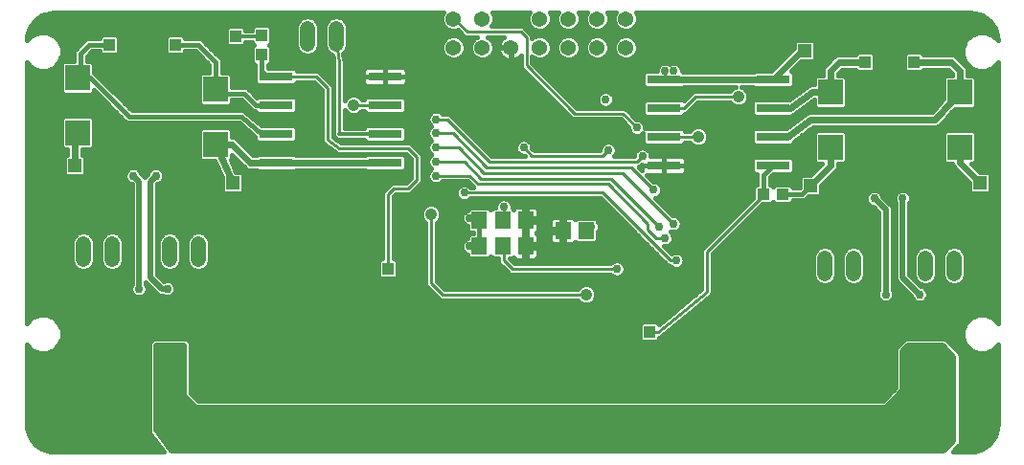
<source format=gbl>
G75*
G70*
%OFA0B0*%
%FSLAX24Y24*%
%IPPOS*%
%LPD*%
%AMOC8*
5,1,8,0,0,1.08239X$1,22.5*
%
%ADD10C,0.0540*%
%ADD11R,0.0551X0.0591*%
%ADD12R,0.1181X0.0315*%
%ADD13R,0.0394X0.0433*%
%ADD14R,0.0433X0.0394*%
%ADD15C,0.0540*%
%ADD16R,0.0850X0.0890*%
%ADD17R,0.0472X0.0472*%
%ADD18C,0.0240*%
%ADD19C,0.0160*%
%ADD20R,0.0416X0.0416*%
%ADD21C,0.0120*%
%ADD22C,0.0297*%
%ADD23C,0.0098*%
%ADD24C,0.0416*%
%ADD25C,0.0100*%
%ADD26C,0.0197*%
D10*
X041584Y015807D03*
X042584Y015807D03*
X043584Y015807D03*
X044584Y015807D03*
X045584Y015807D03*
X046584Y015807D03*
X047584Y015807D03*
X047584Y016807D03*
X046584Y016807D03*
X045584Y016807D03*
X044584Y016807D03*
X042584Y016807D03*
X041584Y016807D03*
D11*
X042485Y009791D03*
X043292Y009791D03*
X044099Y009791D03*
X045399Y009437D03*
X046206Y009437D03*
X044099Y008891D03*
X043292Y008891D03*
X042485Y008891D03*
D12*
X039197Y011802D03*
X039197Y012802D03*
X039197Y013802D03*
X039197Y014802D03*
X035417Y014802D03*
X035417Y013802D03*
X035417Y012802D03*
X035417Y011802D03*
X048917Y011702D03*
X048917Y012702D03*
X048917Y013702D03*
X048917Y014702D03*
X052697Y014702D03*
X052697Y013702D03*
X052697Y012702D03*
X052697Y011702D03*
D13*
X034907Y015567D03*
X034907Y016236D03*
D14*
X052372Y010702D03*
X053042Y010702D03*
D15*
X054507Y008472D02*
X054507Y007932D01*
X055507Y007932D02*
X055507Y008472D01*
X058007Y008472D02*
X058007Y007932D01*
X059007Y007932D02*
X059007Y008472D01*
X037507Y015932D02*
X037507Y016472D01*
X036507Y016472D02*
X036507Y015932D01*
X032707Y008972D02*
X032707Y008432D01*
X031707Y008432D02*
X031707Y008972D01*
X029707Y008972D02*
X029707Y008432D01*
X028707Y008432D02*
X028707Y008972D01*
D16*
X033307Y012442D03*
X033307Y014362D03*
X028507Y014762D03*
X028507Y012842D03*
X054707Y012342D03*
X054707Y014262D03*
X059207Y014262D03*
X059207Y012342D03*
D17*
X059907Y011102D03*
X054007Y011002D03*
X053807Y015702D03*
X040307Y016102D03*
X033907Y011102D03*
X028407Y011702D03*
D18*
X028407Y012742D01*
X033307Y012442D02*
X033907Y011102D01*
X034507Y011802D02*
X035417Y011802D01*
X039197Y011802D01*
X034507Y011802D02*
X033867Y012442D01*
X033307Y012442D01*
X048917Y014702D02*
X052697Y014702D01*
X053697Y015702D01*
X053807Y015702D01*
X054707Y015002D02*
X055007Y015302D01*
X055907Y015302D01*
X054707Y015002D02*
X054707Y014262D01*
X054067Y014262D01*
X053307Y013702D01*
X052697Y013702D01*
X053207Y012702D02*
X054007Y013302D01*
X058347Y013302D01*
X059207Y014262D01*
X059207Y015002D01*
X058907Y015302D01*
X057607Y015302D01*
X053207Y012702D02*
X052697Y012702D01*
X054707Y012342D02*
X054707Y011702D01*
X054007Y011002D01*
X059207Y011802D02*
X059907Y011102D01*
X059207Y011802D02*
X059207Y012342D01*
D19*
X026737Y002683D02*
X026749Y002534D01*
X026841Y002251D01*
X027016Y002010D01*
X027256Y001835D01*
X027539Y001743D01*
X027688Y001732D01*
X031499Y001732D01*
X031051Y002329D01*
X030993Y002387D01*
X030993Y002406D01*
X030981Y002422D01*
X030993Y002503D01*
X030993Y005537D01*
X031133Y005677D01*
X031330Y005677D01*
X032314Y005677D01*
X032454Y005537D01*
X032454Y005340D01*
X032454Y003766D01*
X032708Y003512D01*
X056526Y003512D01*
X056977Y003963D01*
X056977Y005341D01*
X057117Y005480D01*
X057314Y005677D01*
X057511Y005677D01*
X058692Y005677D01*
X058832Y005537D01*
X058832Y005537D01*
X059086Y005283D01*
X059086Y005283D01*
X059226Y005144D01*
X059226Y001994D01*
X059086Y001854D01*
X058964Y001732D01*
X059578Y001732D01*
X059727Y001743D01*
X060010Y001835D01*
X060250Y002010D01*
X060425Y002251D01*
X060517Y002534D01*
X060529Y002683D01*
X060529Y005452D01*
X060347Y005270D01*
X060104Y005169D01*
X059840Y005169D01*
X059596Y005270D01*
X059410Y005457D01*
X059309Y005701D01*
X059309Y005964D01*
X059410Y006208D01*
X059596Y006395D01*
X059840Y006495D01*
X060104Y006495D01*
X060347Y006395D01*
X060529Y006213D01*
X060529Y015295D01*
X060347Y015113D01*
X060104Y015012D01*
X059840Y015012D01*
X059596Y015113D01*
X059410Y015299D01*
X059309Y015543D01*
X059309Y015807D01*
X059410Y016051D01*
X059596Y016237D01*
X059840Y016338D01*
X060104Y016338D01*
X060347Y016237D01*
X060529Y016055D01*
X060529Y016069D01*
X060517Y016217D01*
X060425Y016500D01*
X060250Y016741D01*
X060010Y016916D01*
X059727Y017008D01*
X059578Y017020D01*
X047940Y017020D01*
X047994Y016889D01*
X047994Y016726D01*
X047932Y016575D01*
X047816Y016460D01*
X047666Y016397D01*
X047503Y016397D01*
X047352Y016460D01*
X047237Y016575D01*
X047174Y016726D01*
X047174Y016889D01*
X047229Y017020D01*
X046940Y017020D01*
X046994Y016889D01*
X046994Y016726D01*
X046932Y016575D01*
X046816Y016460D01*
X046666Y016397D01*
X046503Y016397D01*
X046352Y016460D01*
X046237Y016575D01*
X046174Y016726D01*
X046174Y016889D01*
X046229Y017020D01*
X045940Y017020D01*
X045994Y016889D01*
X045994Y016726D01*
X045932Y016575D01*
X045816Y016460D01*
X045666Y016397D01*
X045503Y016397D01*
X045352Y016460D01*
X045237Y016575D01*
X045174Y016726D01*
X045174Y016889D01*
X045229Y017020D01*
X044940Y017020D01*
X044994Y016889D01*
X044994Y016726D01*
X044932Y016575D01*
X044816Y016460D01*
X044666Y016397D01*
X044503Y016397D01*
X044352Y016460D01*
X044237Y016575D01*
X044174Y016726D01*
X044174Y016889D01*
X044229Y017020D01*
X042940Y017020D01*
X042994Y016889D01*
X042994Y016726D01*
X042932Y016575D01*
X042910Y016553D01*
X044007Y016553D01*
X044118Y016442D01*
X044314Y016245D01*
X044314Y016117D01*
X044352Y016155D01*
X044503Y016217D01*
X044666Y016217D01*
X044816Y016155D01*
X044932Y016039D01*
X044994Y015889D01*
X044994Y015726D01*
X044932Y015575D01*
X044816Y015460D01*
X044666Y015397D01*
X044503Y015397D01*
X044352Y015460D01*
X044314Y015497D01*
X044314Y015261D01*
X045877Y013699D01*
X047550Y013699D01*
X047661Y013588D01*
X047943Y013306D01*
X048021Y013306D01*
X048127Y013262D01*
X048209Y013181D01*
X048252Y013075D01*
X053272Y013075D01*
X053170Y012999D02*
X052048Y012999D01*
X051966Y012917D01*
X050384Y012917D01*
X050402Y012899D02*
X050304Y012997D01*
X050176Y013049D01*
X050038Y013049D01*
X049910Y012997D01*
X049812Y012899D01*
X049809Y012892D01*
X049648Y012892D01*
X049648Y012917D01*
X049830Y012917D01*
X049648Y012917D02*
X049566Y012999D01*
X048269Y012999D01*
X048252Y012983D01*
X048252Y013075D01*
X048156Y013234D02*
X053483Y013234D01*
X053345Y013404D02*
X053397Y013456D01*
X053420Y013462D01*
X053436Y013474D01*
X053454Y013481D01*
X053477Y013504D01*
X054142Y013994D01*
X054142Y013759D01*
X054224Y013677D01*
X055190Y013677D01*
X055272Y013759D01*
X055272Y014765D01*
X055190Y014847D01*
X054967Y014847D01*
X054967Y014894D01*
X055115Y015042D01*
X055559Y015042D01*
X055559Y015036D01*
X055641Y014954D01*
X056173Y014954D01*
X056255Y015036D01*
X056255Y015568D01*
X056173Y015649D01*
X055641Y015649D01*
X055559Y015568D01*
X055559Y015562D01*
X054955Y015562D01*
X054860Y015522D01*
X054787Y015449D01*
X054560Y015222D01*
X054487Y015149D01*
X054447Y015053D01*
X054447Y014847D01*
X054224Y014847D01*
X054142Y014765D01*
X054142Y014522D01*
X054087Y014522D01*
X054055Y014526D01*
X054035Y014522D01*
X054015Y014522D01*
X053986Y014509D01*
X053954Y014502D01*
X053938Y014490D01*
X053920Y014482D01*
X053897Y014459D01*
X053272Y013999D01*
X052048Y013999D01*
X051966Y013917D01*
X051966Y013486D01*
X052048Y013404D01*
X053345Y013404D01*
X053541Y013551D02*
X053930Y013551D01*
X053925Y013549D02*
X053892Y013541D01*
X053877Y013529D01*
X053860Y013522D01*
X053836Y013499D01*
X053170Y012999D01*
X053504Y012600D02*
X054142Y012600D01*
X054142Y012758D02*
X053716Y012758D01*
X053927Y012917D02*
X054214Y012917D01*
X054224Y012927D02*
X054142Y012845D01*
X054142Y011839D01*
X054224Y011757D01*
X054394Y011757D01*
X054016Y011378D01*
X053713Y011378D01*
X053631Y011296D01*
X053631Y010937D01*
X053616Y010922D01*
X053398Y010922D01*
X053398Y010957D01*
X053316Y011039D01*
X052767Y011039D01*
X052707Y010978D01*
X052647Y011039D01*
X052592Y011039D01*
X052592Y011286D01*
X052710Y011404D01*
X053345Y011404D01*
X053427Y011486D01*
X053427Y011917D01*
X053345Y011999D01*
X052048Y011999D01*
X051966Y011917D01*
X051966Y011486D01*
X052048Y011404D01*
X052152Y011404D01*
X052152Y011039D01*
X052098Y011039D01*
X052016Y010957D01*
X052016Y010579D01*
X050328Y008892D01*
X050217Y008780D01*
X050217Y007391D01*
X048744Y006178D01*
X048673Y006249D01*
X048141Y006249D01*
X048059Y006168D01*
X048059Y005636D01*
X048141Y005554D01*
X048673Y005554D01*
X048755Y005636D01*
X048755Y005706D01*
X048767Y005705D01*
X048775Y005712D01*
X048786Y005712D01*
X048835Y005761D01*
X050475Y007112D01*
X050486Y007112D01*
X050535Y007161D01*
X050589Y007205D01*
X050590Y007216D01*
X050597Y007223D01*
X050597Y007293D01*
X050604Y007362D01*
X050597Y007370D01*
X050597Y008623D01*
X052339Y010365D01*
X052647Y010365D01*
X052707Y010425D01*
X052767Y010365D01*
X053316Y010365D01*
X053398Y010447D01*
X053398Y010482D01*
X053616Y010482D01*
X053798Y010482D01*
X053942Y010626D01*
X054301Y010626D01*
X054383Y010707D01*
X054383Y011010D01*
X054927Y011554D01*
X054967Y011650D01*
X054967Y011753D01*
X054967Y011757D01*
X055190Y011757D01*
X055272Y011839D01*
X055272Y012845D01*
X055190Y012927D01*
X054224Y012927D01*
X054094Y013042D02*
X058303Y013042D01*
X058310Y013039D01*
X058354Y013042D01*
X058399Y013042D01*
X058406Y013045D01*
X058413Y013045D01*
X058453Y013064D01*
X058494Y013081D01*
X058500Y013087D01*
X058506Y013090D01*
X058536Y013123D01*
X058567Y013154D01*
X058570Y013161D01*
X059032Y013677D01*
X059690Y013677D01*
X059772Y013759D01*
X059772Y014765D01*
X059690Y014847D01*
X059467Y014847D01*
X059467Y015053D01*
X059427Y015149D01*
X059354Y015222D01*
X059054Y015522D01*
X058959Y015562D01*
X058855Y015562D01*
X057955Y015562D01*
X057955Y015568D01*
X057873Y015649D01*
X057341Y015649D01*
X057259Y015568D01*
X057259Y015036D01*
X057341Y014954D01*
X057873Y014954D01*
X057955Y015036D01*
X057955Y015042D01*
X058799Y015042D01*
X058947Y014894D01*
X058947Y014847D01*
X058724Y014847D01*
X058642Y014765D01*
X058642Y014021D01*
X058231Y013562D01*
X054025Y013562D01*
X053993Y013566D01*
X053974Y013562D01*
X053955Y013562D01*
X053925Y013549D01*
X053756Y013710D02*
X054191Y013710D01*
X054142Y013868D02*
X053971Y013868D01*
X053525Y014185D02*
X051849Y014185D01*
X051855Y014171D02*
X051802Y014299D01*
X051704Y014397D01*
X051595Y014442D01*
X052011Y014442D01*
X052048Y014404D01*
X053345Y014404D01*
X053427Y014486D01*
X053427Y014917D01*
X053354Y014991D01*
X053688Y015326D01*
X054101Y015326D01*
X054183Y015407D01*
X054183Y015996D01*
X054101Y016078D01*
X053513Y016078D01*
X053431Y015996D01*
X053431Y015803D01*
X052627Y014999D01*
X052048Y014999D01*
X052011Y014962D01*
X049603Y014962D01*
X049566Y014999D01*
X049532Y014999D01*
X049532Y015043D01*
X049488Y015150D01*
X049407Y015231D01*
X049301Y015275D01*
X049186Y015275D01*
X049096Y015237D01*
X049005Y015275D01*
X048891Y015275D01*
X048784Y015231D01*
X048703Y015150D01*
X048659Y015043D01*
X048659Y014999D01*
X048269Y014999D01*
X048187Y014917D01*
X048187Y014486D01*
X048269Y014404D01*
X049566Y014404D01*
X049603Y014442D01*
X051419Y014442D01*
X051310Y014397D01*
X051212Y014299D01*
X051209Y014292D01*
X050086Y014292D01*
X049928Y014292D01*
X049601Y013964D01*
X049566Y013999D01*
X048269Y013999D01*
X048187Y013917D01*
X048187Y013486D01*
X048269Y013404D01*
X049566Y013404D01*
X049648Y013486D01*
X049648Y013512D01*
X049686Y013512D01*
X049797Y013623D01*
X050086Y013912D01*
X051209Y013912D01*
X051212Y013905D01*
X051310Y013807D01*
X051438Y013754D01*
X051576Y013754D01*
X051704Y013807D01*
X051802Y013905D01*
X051855Y014033D01*
X051855Y014171D01*
X051852Y014027D02*
X053310Y014027D01*
X053427Y014502D02*
X053957Y014502D01*
X054142Y014661D02*
X053427Y014661D01*
X053427Y014819D02*
X054197Y014819D01*
X054447Y014978D02*
X053367Y014978D01*
X053499Y015136D02*
X054481Y015136D01*
X054560Y015222D02*
X054560Y015222D01*
X054633Y015295D02*
X053658Y015295D01*
X053240Y015612D02*
X047947Y015612D01*
X047932Y015575D02*
X047994Y015726D01*
X047994Y015889D01*
X047932Y016039D01*
X047816Y016155D01*
X047666Y016217D01*
X047503Y016217D01*
X047352Y016155D01*
X047237Y016039D01*
X047174Y015889D01*
X047174Y015726D01*
X047237Y015575D01*
X047352Y015460D01*
X047503Y015397D01*
X047666Y015397D01*
X047816Y015460D01*
X047932Y015575D01*
X047802Y015454D02*
X053081Y015454D01*
X052922Y015295D02*
X044314Y015295D01*
X044314Y015454D02*
X044367Y015454D01*
X044439Y015136D02*
X048698Y015136D01*
X048247Y014978D02*
X044598Y014978D01*
X044756Y014819D02*
X048187Y014819D01*
X048187Y014661D02*
X044915Y014661D01*
X045073Y014502D02*
X048187Y014502D01*
X048187Y013868D02*
X047138Y013868D01*
X047126Y013838D02*
X047170Y013944D01*
X047170Y014059D01*
X047126Y014165D01*
X047045Y014246D01*
X046939Y014290D01*
X046824Y014290D01*
X046718Y014246D01*
X046636Y014165D01*
X046592Y014059D01*
X046592Y013944D01*
X046636Y013838D01*
X046718Y013757D01*
X046824Y013713D01*
X046939Y013713D01*
X047045Y013757D01*
X047126Y013838D01*
X047170Y014027D02*
X049663Y014027D01*
X049822Y014185D02*
X047106Y014185D01*
X046656Y014185D02*
X045390Y014185D01*
X045232Y014344D02*
X051257Y014344D01*
X051757Y014344D02*
X053740Y014344D01*
X055051Y014978D02*
X055617Y014978D01*
X055217Y014819D02*
X058697Y014819D01*
X058642Y014661D02*
X055272Y014661D01*
X055272Y014502D02*
X058642Y014502D01*
X058642Y014344D02*
X055272Y014344D01*
X055272Y014185D02*
X058642Y014185D01*
X058642Y014027D02*
X055272Y014027D01*
X055272Y013868D02*
X058505Y013868D01*
X058363Y013710D02*
X055223Y013710D01*
X053695Y013392D02*
X047856Y013392D01*
X047698Y013551D02*
X048187Y013551D01*
X048187Y013710D02*
X045866Y013710D01*
X045707Y013868D02*
X046624Y013868D01*
X046592Y014027D02*
X045549Y014027D01*
X045331Y013710D02*
X039927Y013710D01*
X039927Y013586D02*
X039927Y014017D01*
X039845Y014099D01*
X038548Y014099D01*
X038466Y014017D01*
X038466Y013992D01*
X038405Y013992D01*
X038402Y013999D01*
X038304Y014097D01*
X038176Y014149D01*
X038038Y014149D01*
X037910Y014097D01*
X037812Y013999D01*
X037797Y013962D01*
X037797Y015238D01*
X037806Y015251D01*
X037797Y015315D01*
X037797Y015380D01*
X037786Y015391D01*
X037756Y015601D01*
X037855Y015699D01*
X037917Y015850D01*
X037917Y016553D01*
X037855Y016704D01*
X037739Y016819D01*
X037589Y016882D01*
X037426Y016882D01*
X037275Y016819D01*
X037159Y016704D01*
X037097Y016553D01*
X037097Y015850D01*
X037159Y015699D01*
X037275Y015584D01*
X037381Y015540D01*
X037417Y015288D01*
X037417Y012895D01*
X037407Y012885D01*
X037407Y012719D01*
X037524Y012602D01*
X038466Y012602D01*
X038466Y012586D01*
X038548Y012504D01*
X039845Y012504D01*
X039927Y012586D01*
X039927Y013017D01*
X039845Y013099D01*
X038548Y013099D01*
X038466Y013017D01*
X038466Y013002D01*
X037797Y013002D01*
X037797Y013641D01*
X037812Y013605D01*
X037910Y013507D01*
X038038Y013454D01*
X038176Y013454D01*
X038304Y013507D01*
X038402Y013605D01*
X038405Y013612D01*
X038466Y013612D01*
X038466Y013586D01*
X038548Y013504D01*
X039845Y013504D01*
X039927Y013586D01*
X039892Y013551D02*
X040806Y013551D01*
X040812Y013558D02*
X040731Y013476D01*
X040687Y013370D01*
X040687Y013255D01*
X040731Y013149D01*
X040812Y013068D01*
X040815Y013067D01*
X040812Y013065D01*
X040731Y012984D01*
X040687Y012878D01*
X040687Y012763D01*
X040731Y012657D01*
X040812Y012576D01*
X040815Y012575D01*
X040812Y012573D01*
X040731Y012492D01*
X040687Y012386D01*
X040687Y012271D01*
X040731Y012165D01*
X040812Y012084D01*
X040815Y012082D01*
X040812Y012081D01*
X040731Y012000D01*
X040687Y011894D01*
X040687Y011779D01*
X040731Y011673D01*
X040812Y011592D01*
X040815Y011590D01*
X040812Y011589D01*
X040731Y011508D01*
X040687Y011402D01*
X040687Y011287D01*
X040731Y011181D01*
X040812Y011099D01*
X040918Y011056D01*
X041033Y011056D01*
X041139Y011099D01*
X041195Y011155D01*
X042078Y011155D01*
X042263Y010971D01*
X042291Y010943D01*
X042179Y010943D01*
X042123Y010998D01*
X042017Y011042D01*
X041902Y011042D01*
X041796Y010998D01*
X041715Y010917D01*
X041671Y010811D01*
X041671Y010696D01*
X041715Y010590D01*
X041796Y010509D01*
X041902Y010465D01*
X042017Y010465D01*
X042123Y010509D01*
X042179Y010564D01*
X046704Y010564D01*
X048956Y008313D01*
X049066Y008202D01*
X049123Y008202D01*
X049178Y008147D01*
X049284Y008103D01*
X049399Y008103D01*
X049505Y008147D01*
X049586Y008228D01*
X049630Y008334D01*
X049630Y008449D01*
X049586Y008555D01*
X049505Y008636D01*
X049399Y008680D01*
X049284Y008680D01*
X049178Y008636D01*
X049168Y008636D01*
X049173Y008631D02*
X048914Y008890D01*
X049005Y008890D01*
X049112Y008934D01*
X049193Y009015D01*
X049237Y009121D01*
X049237Y009236D01*
X049193Y009342D01*
X049130Y009406D01*
X049186Y009382D01*
X049301Y009382D01*
X049407Y009426D01*
X049488Y009507D01*
X049532Y009614D01*
X049532Y009728D01*
X049488Y009835D01*
X049407Y009916D01*
X049301Y009960D01*
X049222Y009960D01*
X048616Y010565D01*
X048718Y010607D01*
X048799Y010689D01*
X048843Y010795D01*
X048843Y010910D01*
X048799Y011016D01*
X048718Y011097D01*
X048612Y011141D01*
X048533Y011141D01*
X048310Y011364D01*
X048917Y011364D01*
X048917Y011701D01*
X048917Y011701D01*
X048147Y011701D01*
X048147Y011527D01*
X048027Y011647D01*
X048042Y011647D01*
X048139Y011744D01*
X048147Y011744D01*
X048147Y011702D01*
X048917Y011702D01*
X048917Y012039D01*
X048449Y012039D01*
X048449Y012091D01*
X048405Y012197D01*
X048324Y012278D01*
X048218Y012322D01*
X048103Y012322D01*
X047997Y012278D01*
X047916Y012197D01*
X047872Y012091D01*
X047872Y012026D01*
X047183Y012026D01*
X047224Y012066D01*
X047268Y012173D01*
X047268Y012288D01*
X047224Y012394D01*
X047143Y012475D01*
X047037Y012519D01*
X046922Y012519D01*
X046816Y012475D01*
X046735Y012394D01*
X046691Y012288D01*
X046691Y012222D01*
X044400Y012222D01*
X044315Y012307D01*
X044315Y012386D01*
X044272Y012492D01*
X044190Y012573D01*
X044084Y012617D01*
X043969Y012617D01*
X043863Y012573D01*
X043782Y012492D01*
X043738Y012386D01*
X043738Y012271D01*
X043782Y012165D01*
X043863Y012084D01*
X043969Y012040D01*
X044048Y012040D01*
X044062Y012026D01*
X042924Y012026D01*
X041448Y013502D01*
X041291Y013502D01*
X041195Y013502D01*
X041139Y013558D01*
X041033Y013601D01*
X040918Y013601D01*
X040812Y013558D01*
X040696Y013392D02*
X037797Y013392D01*
X037797Y013234D02*
X040696Y013234D01*
X040805Y013075D02*
X039869Y013075D01*
X039927Y012917D02*
X040703Y012917D01*
X040689Y012758D02*
X039927Y012758D01*
X039927Y012600D02*
X040788Y012600D01*
X040710Y012441D02*
X040136Y012441D01*
X040086Y012492D02*
X039928Y012492D01*
X037670Y012492D01*
X037397Y012697D01*
X037397Y014480D01*
X037286Y014592D01*
X036886Y014992D01*
X036728Y014992D01*
X036148Y014992D01*
X036148Y015017D01*
X036066Y015099D01*
X035127Y015099D01*
X035127Y015211D01*
X035162Y015211D01*
X035244Y015293D01*
X035244Y015842D01*
X035184Y015902D01*
X035244Y015962D01*
X035244Y016511D01*
X035162Y016593D01*
X034652Y016593D01*
X034570Y016511D01*
X034570Y016402D01*
X034355Y016402D01*
X034355Y016468D01*
X034273Y016549D01*
X033741Y016549D01*
X033659Y016468D01*
X033659Y015936D01*
X033741Y015854D01*
X034273Y015854D01*
X034355Y015936D01*
X034355Y016002D01*
X034570Y016002D01*
X034570Y015962D01*
X034630Y015902D01*
X034570Y015842D01*
X034570Y015293D01*
X034652Y015211D01*
X034687Y015211D01*
X034687Y015093D01*
X034687Y015018D01*
X034687Y015017D01*
X034687Y014586D01*
X034769Y014504D01*
X036066Y014504D01*
X036148Y014586D01*
X036148Y014612D01*
X036728Y014612D01*
X037017Y014323D01*
X037017Y012665D01*
X037008Y012653D01*
X037017Y012588D01*
X037017Y012523D01*
X037028Y012512D01*
X037030Y012497D01*
X037082Y012458D01*
X037128Y012412D01*
X037144Y012412D01*
X037482Y012158D01*
X037528Y012112D01*
X037544Y012112D01*
X037556Y012103D01*
X037621Y012112D01*
X039928Y012112D01*
X040117Y011923D01*
X040117Y011280D01*
X039928Y011092D01*
X039586Y011092D01*
X039428Y011092D01*
X039228Y010892D01*
X039117Y010780D01*
X039117Y008449D01*
X039041Y008449D01*
X038959Y008368D01*
X038959Y007836D01*
X039041Y007754D01*
X039573Y007754D01*
X039655Y007836D01*
X039655Y008368D01*
X039573Y008449D01*
X039497Y008449D01*
X039497Y010623D01*
X039586Y010712D01*
X040086Y010712D01*
X040197Y010823D01*
X040497Y011123D01*
X040497Y011280D01*
X040497Y012080D01*
X040386Y012192D01*
X040086Y012492D01*
X040295Y012283D02*
X040687Y012283D01*
X040772Y012124D02*
X040453Y012124D01*
X040497Y011966D02*
X040717Y011966D01*
X040687Y011807D02*
X040497Y011807D01*
X040497Y011649D02*
X040755Y011649D01*
X040723Y011490D02*
X040497Y011490D01*
X040497Y011331D02*
X040687Y011331D01*
X040739Y011173D02*
X040497Y011173D01*
X040388Y011014D02*
X041835Y011014D01*
X041690Y010856D02*
X040230Y010856D01*
X040010Y011173D02*
X034283Y011173D01*
X034283Y011331D02*
X040117Y011331D01*
X040117Y011490D02*
X034018Y011490D01*
X034023Y011478D02*
X033834Y011901D01*
X033872Y011939D01*
X033872Y012069D01*
X034287Y011654D01*
X034360Y011581D01*
X034455Y011542D01*
X034731Y011542D01*
X034769Y011504D01*
X036066Y011504D01*
X036103Y011542D01*
X038511Y011542D01*
X038548Y011504D01*
X039845Y011504D01*
X039927Y011586D01*
X039927Y012017D01*
X039845Y012099D01*
X038548Y012099D01*
X038511Y012062D01*
X036103Y012062D01*
X036066Y012099D01*
X034769Y012099D01*
X034731Y012062D01*
X034615Y012062D01*
X034014Y012662D01*
X033919Y012702D01*
X033872Y012702D01*
X033872Y012945D01*
X033790Y013027D01*
X032824Y013027D01*
X032742Y012945D01*
X032742Y011939D01*
X032824Y011857D01*
X033284Y011857D01*
X033531Y011306D01*
X033531Y010807D01*
X033613Y010726D01*
X034201Y010726D01*
X034283Y010807D01*
X034283Y011396D01*
X034201Y011478D01*
X034023Y011478D01*
X033947Y011649D02*
X034293Y011649D01*
X034134Y011807D02*
X033876Y011807D01*
X033872Y011966D02*
X033976Y011966D01*
X034552Y012124D02*
X037516Y012124D01*
X037316Y012283D02*
X034394Y012283D01*
X034235Y012441D02*
X037099Y012441D01*
X037015Y012600D02*
X036148Y012600D01*
X036148Y012586D02*
X036148Y013017D01*
X036066Y013099D01*
X034898Y013099D01*
X034357Y013563D01*
X034298Y013622D01*
X034288Y013622D01*
X034281Y013628D01*
X034199Y013622D01*
X030398Y013622D01*
X029072Y014948D01*
X029072Y015265D01*
X028990Y015347D01*
X028827Y015347D01*
X028827Y015511D01*
X028998Y015682D01*
X029259Y015682D01*
X029259Y015636D01*
X029341Y015554D01*
X029873Y015554D01*
X029955Y015636D01*
X029955Y016168D01*
X029873Y016249D01*
X029341Y016249D01*
X029259Y016168D01*
X029259Y016122D01*
X028998Y016122D01*
X028816Y016122D01*
X028516Y015822D01*
X028387Y015693D01*
X028387Y015347D01*
X028024Y015347D01*
X027942Y015265D01*
X027942Y014259D01*
X028024Y014177D01*
X028990Y014177D01*
X029072Y014259D01*
X029072Y014326D01*
X030087Y013311D01*
X030216Y013182D01*
X034126Y013182D01*
X034687Y012701D01*
X034687Y012586D01*
X034769Y012504D01*
X036066Y012504D01*
X036148Y012586D01*
X036148Y012758D02*
X037017Y012758D01*
X037017Y012917D02*
X036148Y012917D01*
X036090Y013075D02*
X037017Y013075D01*
X037017Y013234D02*
X034741Y013234D01*
X034556Y013392D02*
X037017Y013392D01*
X037017Y013551D02*
X036113Y013551D01*
X036148Y013586D02*
X036148Y014017D01*
X036066Y014099D01*
X034769Y014099D01*
X034745Y014075D01*
X034527Y014293D01*
X034398Y014422D01*
X033872Y014422D01*
X033872Y014865D01*
X033790Y014947D01*
X033527Y014947D01*
X033527Y015393D01*
X033398Y015522D01*
X032798Y016122D01*
X032616Y016122D01*
X032255Y016122D01*
X032255Y016168D01*
X032173Y016249D01*
X031641Y016249D01*
X031559Y016168D01*
X031559Y015636D01*
X031641Y015554D01*
X032173Y015554D01*
X032255Y015636D01*
X032255Y015682D01*
X032616Y015682D01*
X033087Y015211D01*
X033087Y014947D01*
X032824Y014947D01*
X032742Y014865D01*
X032742Y013859D01*
X032824Y013777D01*
X033790Y013777D01*
X033872Y013859D01*
X033872Y013982D01*
X034216Y013982D01*
X034616Y013582D01*
X034691Y013582D01*
X034769Y013504D01*
X036066Y013504D01*
X036148Y013586D01*
X036148Y013710D02*
X037017Y013710D01*
X037017Y013868D02*
X036148Y013868D01*
X036138Y014027D02*
X037017Y014027D01*
X037017Y014185D02*
X034635Y014185D01*
X034476Y014344D02*
X036996Y014344D01*
X036838Y014502D02*
X033872Y014502D01*
X033872Y014661D02*
X034687Y014661D01*
X034687Y014819D02*
X033872Y014819D01*
X033527Y014978D02*
X034687Y014978D01*
X034687Y015136D02*
X033527Y015136D01*
X033527Y015295D02*
X034570Y015295D01*
X034570Y015454D02*
X033466Y015454D01*
X033307Y015302D02*
X032707Y015902D01*
X031907Y015902D01*
X031559Y015929D02*
X029955Y015929D01*
X029955Y015771D02*
X031559Y015771D01*
X031583Y015612D02*
X029931Y015612D01*
X029607Y015902D02*
X028907Y015902D01*
X028607Y015602D01*
X028607Y014862D01*
X028507Y014762D01*
X028947Y014762D01*
X030307Y013402D01*
X034207Y013402D01*
X034907Y012802D01*
X035417Y012802D01*
X034687Y012600D02*
X034077Y012600D01*
X033872Y012758D02*
X034620Y012758D01*
X034435Y012917D02*
X033872Y012917D01*
X034250Y013075D02*
X029072Y013075D01*
X029072Y012917D02*
X032742Y012917D01*
X032742Y012758D02*
X029072Y012758D01*
X029072Y012600D02*
X032742Y012600D01*
X032742Y012441D02*
X029072Y012441D01*
X029072Y012339D02*
X029072Y013345D01*
X028990Y013427D01*
X028024Y013427D01*
X027942Y013345D01*
X027942Y012339D01*
X028024Y012257D01*
X028147Y012257D01*
X028147Y012078D01*
X028113Y012078D01*
X028031Y011996D01*
X028031Y011407D01*
X028113Y011326D01*
X028701Y011326D01*
X028783Y011407D01*
X028783Y011996D01*
X028701Y012078D01*
X028667Y012078D01*
X028667Y012257D01*
X028990Y012257D01*
X029072Y012339D01*
X029016Y012283D02*
X032742Y012283D01*
X032742Y012124D02*
X028667Y012124D01*
X028783Y011966D02*
X032742Y011966D01*
X033306Y011807D02*
X028783Y011807D01*
X028783Y011649D02*
X033377Y011649D01*
X033448Y011490D02*
X031484Y011490D01*
X031476Y011508D02*
X031395Y011589D01*
X031289Y011633D01*
X031174Y011633D01*
X031068Y011589D01*
X030987Y011508D01*
X030943Y011402D01*
X030943Y011393D01*
X030838Y011288D01*
X030733Y011393D01*
X030733Y011402D01*
X030689Y011508D01*
X030608Y011589D01*
X030502Y011633D01*
X030387Y011633D01*
X030281Y011589D01*
X030199Y011508D01*
X030155Y011402D01*
X030155Y011287D01*
X030199Y011181D01*
X030281Y011099D01*
X030387Y011056D01*
X030396Y011056D01*
X030403Y011049D01*
X030403Y007577D01*
X030396Y007571D01*
X030352Y007465D01*
X030352Y007350D01*
X030396Y007244D01*
X030477Y007162D01*
X030583Y007119D01*
X030698Y007119D01*
X030804Y007162D01*
X030886Y007244D01*
X030930Y007350D01*
X030930Y007465D01*
X030886Y007571D01*
X030879Y007577D01*
X030879Y007619D01*
X030936Y007563D01*
X031330Y007169D01*
X031455Y007169D01*
X031462Y007162D01*
X031568Y007119D01*
X031683Y007119D01*
X031789Y007162D01*
X031870Y007244D01*
X031914Y007350D01*
X031914Y007465D01*
X031870Y007571D01*
X031789Y007652D01*
X031683Y007696D01*
X031568Y007696D01*
X031503Y007669D01*
X031273Y007900D01*
X031273Y011049D01*
X031280Y011056D01*
X031289Y011056D01*
X031395Y011099D01*
X031476Y011181D01*
X031520Y011287D01*
X031520Y011402D01*
X031476Y011508D01*
X031520Y011331D02*
X033519Y011331D01*
X033531Y011173D02*
X031468Y011173D01*
X031273Y011014D02*
X033531Y011014D01*
X033531Y010856D02*
X031273Y010856D01*
X031273Y010697D02*
X039117Y010697D01*
X039117Y010539D02*
X031273Y010539D01*
X031273Y010380D02*
X039117Y010380D01*
X039117Y010222D02*
X031273Y010222D01*
X031273Y010063D02*
X039117Y010063D01*
X039117Y009905D02*
X031273Y009905D01*
X031273Y009746D02*
X039117Y009746D01*
X039117Y009587D02*
X031273Y009587D01*
X031273Y009429D02*
X039117Y009429D01*
X039117Y009270D02*
X032988Y009270D01*
X032939Y009319D02*
X032789Y009382D01*
X032626Y009382D01*
X032475Y009319D01*
X032359Y009204D01*
X032297Y009053D01*
X032297Y008350D01*
X032359Y008199D01*
X032475Y008084D01*
X032626Y008022D01*
X032789Y008022D01*
X032939Y008084D01*
X033055Y008199D01*
X033117Y008350D01*
X033117Y009053D01*
X033055Y009204D01*
X032939Y009319D01*
X033093Y009112D02*
X039117Y009112D01*
X039117Y008953D02*
X033117Y008953D01*
X033117Y008795D02*
X039117Y008795D01*
X039117Y008636D02*
X033117Y008636D01*
X033117Y008478D02*
X039117Y008478D01*
X038959Y008319D02*
X033104Y008319D01*
X033016Y008161D02*
X038959Y008161D01*
X038959Y008002D02*
X031273Y008002D01*
X031273Y008161D02*
X031398Y008161D01*
X031359Y008199D02*
X031475Y008084D01*
X031626Y008022D01*
X031789Y008022D01*
X031939Y008084D01*
X032055Y008199D01*
X032117Y008350D01*
X032117Y009053D01*
X032055Y009204D01*
X031939Y009319D01*
X031789Y009382D01*
X031626Y009382D01*
X031475Y009319D01*
X031359Y009204D01*
X031297Y009053D01*
X031297Y008350D01*
X031359Y008199D01*
X031310Y008319D02*
X031273Y008319D01*
X031273Y008478D02*
X031297Y008478D01*
X031297Y008636D02*
X031273Y008636D01*
X031273Y008795D02*
X031297Y008795D01*
X031297Y008953D02*
X031273Y008953D01*
X031273Y009112D02*
X031321Y009112D01*
X031273Y009270D02*
X031426Y009270D01*
X031988Y009270D02*
X032426Y009270D01*
X032321Y009112D02*
X032093Y009112D01*
X032117Y008953D02*
X032297Y008953D01*
X032297Y008795D02*
X032117Y008795D01*
X032117Y008636D02*
X032297Y008636D01*
X032297Y008478D02*
X032117Y008478D01*
X032104Y008319D02*
X032310Y008319D01*
X032398Y008161D02*
X032016Y008161D01*
X031329Y007843D02*
X038959Y007843D01*
X039655Y007843D02*
X040617Y007843D01*
X040617Y007685D02*
X031709Y007685D01*
X031541Y007685D02*
X031488Y007685D01*
X031888Y007526D02*
X040617Y007526D01*
X040617Y007523D02*
X040728Y007412D01*
X040728Y007412D01*
X041017Y007123D01*
X041128Y007012D01*
X045909Y007012D01*
X045912Y007005D01*
X046010Y006907D01*
X046138Y006854D01*
X046276Y006854D01*
X046404Y006907D01*
X046502Y007005D01*
X046555Y007133D01*
X046555Y007271D01*
X046502Y007399D01*
X046404Y007497D01*
X046276Y007549D01*
X046138Y007549D01*
X046010Y007497D01*
X045912Y007399D01*
X045909Y007392D01*
X041286Y007392D01*
X040997Y007680D01*
X040997Y009704D01*
X041004Y009707D01*
X041102Y009805D01*
X041155Y009933D01*
X041155Y010071D01*
X041102Y010199D01*
X041004Y010297D01*
X040876Y010349D01*
X040738Y010349D01*
X040610Y010297D01*
X040512Y010199D01*
X040459Y010071D01*
X040459Y009933D01*
X040512Y009805D01*
X040610Y009707D01*
X040617Y009704D01*
X040617Y007523D01*
X040772Y007368D02*
X031914Y007368D01*
X031836Y007209D02*
X040931Y007209D01*
X041017Y007123D02*
X041017Y007123D01*
X041089Y007051D02*
X026737Y007051D01*
X026737Y007209D02*
X030431Y007209D01*
X030352Y007368D02*
X026737Y007368D01*
X026737Y007526D02*
X030378Y007526D01*
X030403Y007685D02*
X026737Y007685D01*
X026737Y007843D02*
X030403Y007843D01*
X030403Y008002D02*
X026737Y008002D01*
X026737Y008161D02*
X028398Y008161D01*
X028359Y008199D02*
X028475Y008084D01*
X028626Y008022D01*
X028789Y008022D01*
X028939Y008084D01*
X029055Y008199D01*
X029117Y008350D01*
X029117Y009053D01*
X029055Y009204D01*
X028939Y009319D01*
X028789Y009382D01*
X028626Y009382D01*
X028475Y009319D01*
X028359Y009204D01*
X028297Y009053D01*
X028297Y008350D01*
X028359Y008199D01*
X028310Y008319D02*
X026737Y008319D01*
X026737Y008478D02*
X028297Y008478D01*
X028297Y008636D02*
X026737Y008636D01*
X026737Y008795D02*
X028297Y008795D01*
X028297Y008953D02*
X026737Y008953D01*
X026737Y009112D02*
X028321Y009112D01*
X028426Y009270D02*
X026737Y009270D01*
X026737Y009429D02*
X030403Y009429D01*
X030403Y009587D02*
X026737Y009587D01*
X026737Y009746D02*
X030403Y009746D01*
X030403Y009905D02*
X026737Y009905D01*
X026737Y010063D02*
X030403Y010063D01*
X030403Y010222D02*
X026737Y010222D01*
X026737Y010380D02*
X030403Y010380D01*
X030403Y010539D02*
X026737Y010539D01*
X026737Y010697D02*
X030403Y010697D01*
X030403Y010856D02*
X026737Y010856D01*
X026737Y011014D02*
X030403Y011014D01*
X030207Y011173D02*
X026737Y011173D01*
X026737Y011331D02*
X028107Y011331D01*
X028031Y011490D02*
X026737Y011490D01*
X026737Y011649D02*
X028031Y011649D01*
X028031Y011807D02*
X026737Y011807D01*
X026737Y011966D02*
X028031Y011966D01*
X028147Y012124D02*
X026737Y012124D01*
X026737Y012283D02*
X027998Y012283D01*
X027942Y012441D02*
X026737Y012441D01*
X026737Y012600D02*
X027942Y012600D01*
X027942Y012758D02*
X026737Y012758D01*
X026737Y012917D02*
X027942Y012917D01*
X027942Y013075D02*
X026737Y013075D01*
X026737Y013234D02*
X027942Y013234D01*
X027990Y013392D02*
X026737Y013392D01*
X026737Y013551D02*
X029847Y013551D01*
X030005Y013392D02*
X029024Y013392D01*
X029072Y013234D02*
X030164Y013234D01*
X030310Y013710D02*
X034488Y013710D01*
X034371Y013551D02*
X034722Y013551D01*
X034707Y013802D02*
X034307Y014202D01*
X033467Y014202D01*
X033307Y014362D01*
X033307Y014102D01*
X033307Y014362D02*
X033307Y015302D01*
X033087Y015136D02*
X029072Y015136D01*
X029072Y014978D02*
X033087Y014978D01*
X033003Y015295D02*
X029042Y015295D01*
X028827Y015454D02*
X032844Y015454D01*
X032686Y015612D02*
X032231Y015612D01*
X032832Y016088D02*
X033659Y016088D01*
X033659Y016246D02*
X032176Y016246D01*
X031638Y016246D02*
X029876Y016246D01*
X029955Y016088D02*
X031559Y016088D01*
X032991Y015929D02*
X033666Y015929D01*
X033308Y015612D02*
X034570Y015612D01*
X034570Y015771D02*
X033149Y015771D01*
X033659Y016405D02*
X026810Y016405D01*
X026841Y016500D02*
X026749Y016217D01*
X026737Y016069D01*
X026737Y016055D01*
X026919Y016237D01*
X027163Y016338D01*
X027426Y016338D01*
X027670Y016237D01*
X027857Y016051D01*
X027958Y015807D01*
X027958Y015543D01*
X027857Y015299D01*
X027670Y015113D01*
X027426Y015012D01*
X027163Y015012D01*
X026919Y015113D01*
X026737Y015295D01*
X026737Y006213D01*
X026919Y006395D01*
X027163Y006495D01*
X027426Y006495D01*
X027670Y006395D01*
X027857Y006208D01*
X027958Y005964D01*
X027958Y005701D01*
X027857Y005457D01*
X027670Y005270D01*
X027426Y005169D01*
X027163Y005169D01*
X026919Y005270D01*
X026737Y005452D01*
X026737Y002778D01*
X026737Y002760D01*
X026737Y002683D01*
X026743Y002612D02*
X030993Y002612D01*
X030993Y002770D02*
X026737Y002770D01*
X026737Y002929D02*
X030993Y002929D01*
X030993Y003087D02*
X026737Y003087D01*
X026737Y003246D02*
X030993Y003246D01*
X030993Y003404D02*
X026737Y003404D01*
X026737Y003563D02*
X030993Y003563D01*
X030993Y003721D02*
X026737Y003721D01*
X026737Y003880D02*
X030993Y003880D01*
X030993Y004038D02*
X026737Y004038D01*
X026737Y004197D02*
X030993Y004197D01*
X030993Y004356D02*
X026737Y004356D01*
X026737Y004514D02*
X030993Y004514D01*
X030993Y004673D02*
X026737Y004673D01*
X026737Y004831D02*
X030993Y004831D01*
X030993Y004990D02*
X026737Y004990D01*
X026737Y005148D02*
X030993Y005148D01*
X030993Y005307D02*
X027707Y005307D01*
X027860Y005465D02*
X030993Y005465D01*
X031079Y005624D02*
X027926Y005624D01*
X027958Y005782D02*
X048059Y005782D01*
X048071Y005624D02*
X032368Y005624D01*
X032454Y005465D02*
X057102Y005465D01*
X056977Y005307D02*
X032454Y005307D01*
X032454Y005148D02*
X056977Y005148D01*
X056977Y004990D02*
X032454Y004990D01*
X032454Y004831D02*
X056977Y004831D01*
X056977Y004673D02*
X032454Y004673D01*
X032454Y004514D02*
X056977Y004514D01*
X056977Y004356D02*
X032454Y004356D01*
X032454Y004197D02*
X056977Y004197D01*
X056977Y004038D02*
X032454Y004038D01*
X032454Y003880D02*
X056895Y003880D01*
X056736Y003721D02*
X032499Y003721D01*
X032657Y003563D02*
X056577Y003563D01*
X059226Y003563D02*
X060529Y003563D01*
X060529Y003721D02*
X059226Y003721D01*
X059226Y003880D02*
X060529Y003880D01*
X060529Y004038D02*
X059226Y004038D01*
X059226Y004197D02*
X060529Y004197D01*
X060529Y004356D02*
X059226Y004356D01*
X059226Y004514D02*
X060529Y004514D01*
X060529Y004673D02*
X059226Y004673D01*
X059226Y004831D02*
X060529Y004831D01*
X060529Y004990D02*
X059226Y004990D01*
X059221Y005148D02*
X060529Y005148D01*
X060529Y005307D02*
X060384Y005307D01*
X059560Y005307D02*
X059063Y005307D01*
X058904Y005465D02*
X059406Y005465D01*
X059340Y005624D02*
X058746Y005624D01*
X059309Y005782D02*
X048861Y005782D01*
X048743Y005624D02*
X057261Y005624D01*
X059309Y005941D02*
X049054Y005941D01*
X049246Y006099D02*
X059365Y006099D01*
X059460Y006258D02*
X049439Y006258D01*
X049631Y006417D02*
X059649Y006417D01*
X060294Y006417D02*
X060529Y006417D01*
X060529Y006575D02*
X049824Y006575D01*
X050016Y006734D02*
X060529Y006734D01*
X060529Y006892D02*
X050209Y006892D01*
X050401Y007051D02*
X056379Y007051D01*
X056380Y007047D02*
X056462Y006966D01*
X056568Y006922D01*
X056683Y006922D01*
X056789Y006966D01*
X056870Y007047D01*
X056914Y007153D01*
X056914Y007268D01*
X056870Y007374D01*
X056864Y007380D01*
X056864Y010064D01*
X056864Y010262D01*
X056520Y010605D01*
X056520Y010614D01*
X056476Y010720D01*
X056395Y010802D01*
X056289Y010846D01*
X056174Y010846D01*
X056068Y010802D01*
X055987Y010720D01*
X055943Y010614D01*
X055943Y010499D01*
X055987Y010393D01*
X056068Y010312D01*
X056174Y010268D01*
X056183Y010268D01*
X056387Y010064D01*
X056387Y007380D01*
X056380Y007374D01*
X056336Y007268D01*
X056336Y007153D01*
X056380Y007047D01*
X056336Y007209D02*
X050589Y007209D01*
X050599Y007368D02*
X056378Y007368D01*
X056387Y007526D02*
X055600Y007526D01*
X055589Y007522D02*
X055739Y007584D01*
X055855Y007699D01*
X055917Y007850D01*
X055917Y008553D01*
X055855Y008704D01*
X055739Y008819D01*
X055589Y008882D01*
X055426Y008882D01*
X055275Y008819D01*
X055159Y008704D01*
X055097Y008553D01*
X055097Y007850D01*
X055159Y007699D01*
X055275Y007584D01*
X055426Y007522D01*
X055589Y007522D01*
X055414Y007526D02*
X054600Y007526D01*
X054589Y007522D02*
X054739Y007584D01*
X054855Y007699D01*
X054917Y007850D01*
X054917Y008553D01*
X054855Y008704D01*
X054739Y008819D01*
X054589Y008882D01*
X054426Y008882D01*
X054275Y008819D01*
X054159Y008704D01*
X054097Y008553D01*
X054097Y007850D01*
X054159Y007699D01*
X054275Y007584D01*
X054426Y007522D01*
X054589Y007522D01*
X054414Y007526D02*
X050597Y007526D01*
X050597Y007685D02*
X054174Y007685D01*
X054100Y007843D02*
X050597Y007843D01*
X050597Y008002D02*
X054097Y008002D01*
X054097Y008161D02*
X050597Y008161D01*
X050597Y008319D02*
X054097Y008319D01*
X054097Y008478D02*
X050597Y008478D01*
X050610Y008636D02*
X054131Y008636D01*
X054250Y008795D02*
X050769Y008795D01*
X050927Y008953D02*
X056387Y008953D01*
X056387Y008795D02*
X055764Y008795D01*
X055883Y008636D02*
X056387Y008636D01*
X056387Y008478D02*
X055917Y008478D01*
X055917Y008319D02*
X056387Y008319D01*
X056387Y008161D02*
X055917Y008161D01*
X055917Y008002D02*
X056387Y008002D01*
X056387Y007843D02*
X055914Y007843D01*
X055840Y007685D02*
X056387Y007685D01*
X056864Y007685D02*
X056995Y007685D01*
X056977Y007702D02*
X057117Y007563D01*
X057518Y007162D01*
X057518Y007153D01*
X057561Y007047D01*
X057643Y006966D01*
X057749Y006922D01*
X057864Y006922D01*
X057970Y006966D01*
X058051Y007047D01*
X058095Y007153D01*
X058095Y007268D01*
X058051Y007374D01*
X057970Y007455D01*
X057864Y007499D01*
X057855Y007499D01*
X057454Y007900D01*
X057454Y010387D01*
X057461Y010393D01*
X057504Y010499D01*
X057504Y010614D01*
X057461Y010720D01*
X057379Y010802D01*
X057273Y010846D01*
X057158Y010846D01*
X057052Y010802D01*
X056971Y010720D01*
X056927Y010614D01*
X056927Y010499D01*
X056971Y010393D01*
X056977Y010387D01*
X056977Y007702D01*
X056977Y007843D02*
X056864Y007843D01*
X056864Y008002D02*
X056977Y008002D01*
X056977Y008161D02*
X056864Y008161D01*
X056864Y008319D02*
X056977Y008319D01*
X056977Y008478D02*
X056864Y008478D01*
X056864Y008636D02*
X056977Y008636D01*
X056977Y008795D02*
X056864Y008795D01*
X056864Y008953D02*
X056977Y008953D01*
X056977Y009112D02*
X056864Y009112D01*
X056864Y009270D02*
X056977Y009270D01*
X056977Y009429D02*
X056864Y009429D01*
X056864Y009587D02*
X056977Y009587D01*
X056977Y009746D02*
X056864Y009746D01*
X056864Y009905D02*
X056977Y009905D01*
X056977Y010063D02*
X056864Y010063D01*
X056864Y010222D02*
X056977Y010222D01*
X056977Y010380D02*
X056745Y010380D01*
X056587Y010539D02*
X056927Y010539D01*
X056961Y010697D02*
X056486Y010697D01*
X055977Y010697D02*
X054373Y010697D01*
X054383Y010856D02*
X059531Y010856D01*
X059531Y010807D02*
X059531Y011110D01*
X058987Y011654D01*
X058947Y011750D01*
X058947Y011757D01*
X058724Y011757D01*
X058642Y011839D01*
X058642Y012845D01*
X058724Y012927D01*
X059690Y012927D01*
X059772Y012845D01*
X059772Y011839D01*
X059690Y011757D01*
X059620Y011757D01*
X059899Y011478D01*
X060201Y011478D01*
X060283Y011396D01*
X060283Y010807D01*
X060201Y010726D01*
X059613Y010726D01*
X059531Y010807D01*
X059531Y011014D02*
X054387Y011014D01*
X054546Y011173D02*
X059468Y011173D01*
X059310Y011331D02*
X054704Y011331D01*
X054863Y011490D02*
X059151Y011490D01*
X058993Y011649D02*
X054966Y011649D01*
X055240Y011807D02*
X058674Y011807D01*
X058642Y011966D02*
X055272Y011966D01*
X055272Y012124D02*
X058642Y012124D01*
X058642Y012283D02*
X055272Y012283D01*
X055272Y012441D02*
X058642Y012441D01*
X058642Y012600D02*
X055272Y012600D01*
X055272Y012758D02*
X058642Y012758D01*
X058714Y012917D02*
X055200Y012917D01*
X054094Y013042D02*
X053427Y012542D01*
X053427Y012486D01*
X053345Y012404D01*
X052048Y012404D01*
X051966Y012486D01*
X051966Y012917D01*
X051966Y012758D02*
X050455Y012758D01*
X050455Y012771D02*
X050402Y012899D01*
X050455Y012771D02*
X050455Y012633D01*
X050402Y012505D01*
X050304Y012407D01*
X050176Y012354D01*
X050038Y012354D01*
X049910Y012407D01*
X049812Y012505D01*
X049809Y012512D01*
X049648Y012512D01*
X049648Y012486D01*
X049566Y012404D01*
X048269Y012404D01*
X048187Y012486D01*
X048187Y012832D01*
X048127Y012773D01*
X048021Y012729D01*
X047906Y012729D01*
X047800Y012773D01*
X047719Y012854D01*
X047675Y012960D01*
X047675Y013039D01*
X047393Y013320D01*
X045877Y013320D01*
X045720Y013320D01*
X044047Y014994D01*
X043936Y015104D01*
X043936Y015526D01*
X043927Y015514D01*
X043877Y015464D01*
X043820Y015422D01*
X043757Y015390D01*
X043690Y015368D01*
X043620Y015357D01*
X043594Y015357D01*
X043594Y015797D01*
X043574Y015797D01*
X043574Y015357D01*
X043549Y015357D01*
X043479Y015368D01*
X043411Y015390D01*
X043348Y015422D01*
X043291Y015464D01*
X043241Y015514D01*
X043199Y015571D01*
X043167Y015634D01*
X043145Y015702D01*
X043134Y015772D01*
X043134Y015797D01*
X043574Y015797D01*
X043574Y015817D01*
X043134Y015817D01*
X043134Y015843D01*
X043145Y015913D01*
X043167Y015980D01*
X043199Y016043D01*
X043241Y016100D01*
X043291Y016150D01*
X043325Y016175D01*
X042768Y016175D01*
X042816Y016155D01*
X042932Y016039D01*
X042994Y015889D01*
X042994Y015726D01*
X042932Y015575D01*
X042816Y015460D01*
X042666Y015397D01*
X042503Y015397D01*
X042352Y015460D01*
X042237Y015575D01*
X042174Y015726D01*
X042174Y015889D01*
X042237Y016039D01*
X042352Y016155D01*
X042400Y016175D01*
X042137Y016175D01*
X041980Y016175D01*
X041731Y016424D01*
X041666Y016397D01*
X041503Y016397D01*
X041352Y016460D01*
X041237Y016575D01*
X041174Y016726D01*
X041174Y016889D01*
X041229Y017020D01*
X027783Y017020D01*
X027756Y017020D01*
X027688Y017020D01*
X027539Y017008D01*
X027256Y016916D01*
X027016Y016741D01*
X026841Y016500D01*
X026886Y016563D02*
X034623Y016563D01*
X034570Y016405D02*
X034355Y016405D01*
X035191Y016563D02*
X036101Y016563D01*
X036097Y016553D02*
X036097Y015850D01*
X036159Y015699D01*
X036275Y015584D01*
X036426Y015522D01*
X036589Y015522D01*
X036739Y015584D01*
X036855Y015699D01*
X036917Y015850D01*
X036917Y016553D01*
X036855Y016704D01*
X036739Y016819D01*
X036589Y016882D01*
X036426Y016882D01*
X036275Y016819D01*
X036159Y016704D01*
X036097Y016553D01*
X036097Y016405D02*
X035244Y016405D01*
X035244Y016246D02*
X036097Y016246D01*
X036097Y016088D02*
X035244Y016088D01*
X035211Y015929D02*
X036097Y015929D01*
X036130Y015771D02*
X035244Y015771D01*
X035244Y015612D02*
X036247Y015612D01*
X036767Y015612D02*
X037247Y015612D01*
X037130Y015771D02*
X036884Y015771D01*
X036917Y015929D02*
X037097Y015929D01*
X037097Y016088D02*
X036917Y016088D01*
X036917Y016246D02*
X037097Y016246D01*
X037097Y016405D02*
X036917Y016405D01*
X036913Y016563D02*
X037101Y016563D01*
X037177Y016722D02*
X036837Y016722D01*
X036592Y016880D02*
X037422Y016880D01*
X037592Y016880D02*
X041174Y016880D01*
X041176Y016722D02*
X037837Y016722D01*
X037913Y016563D02*
X041248Y016563D01*
X041484Y016405D02*
X037917Y016405D01*
X037917Y016246D02*
X041908Y016246D01*
X041816Y016155D02*
X041666Y016217D01*
X041503Y016217D01*
X041352Y016155D01*
X041237Y016039D01*
X041174Y015889D01*
X041174Y015726D01*
X041237Y015575D01*
X041352Y015460D01*
X041503Y015397D01*
X041666Y015397D01*
X041816Y015460D01*
X041932Y015575D01*
X041994Y015726D01*
X041994Y015889D01*
X041932Y016039D01*
X041816Y016155D01*
X041884Y016088D02*
X042285Y016088D01*
X042191Y015929D02*
X041978Y015929D01*
X041994Y015771D02*
X042174Y015771D01*
X042221Y015612D02*
X041947Y015612D01*
X041802Y015454D02*
X042367Y015454D01*
X042802Y015454D02*
X043305Y015454D01*
X043179Y015612D02*
X042947Y015612D01*
X042994Y015771D02*
X043134Y015771D01*
X043151Y015929D02*
X042978Y015929D01*
X042884Y016088D02*
X043232Y016088D01*
X043574Y015771D02*
X043594Y015771D01*
X043594Y015612D02*
X043574Y015612D01*
X043574Y015454D02*
X043594Y015454D01*
X043863Y015454D02*
X043936Y015454D01*
X043936Y015295D02*
X037800Y015295D01*
X037797Y015136D02*
X038572Y015136D01*
X038583Y015139D02*
X038537Y015127D01*
X038496Y015103D01*
X038462Y015070D01*
X038439Y015029D01*
X038426Y014983D01*
X038426Y014802D01*
X039196Y014802D01*
X039196Y014801D01*
X038426Y014801D01*
X038426Y014621D01*
X038439Y014575D01*
X038462Y014534D01*
X038496Y014500D01*
X038537Y014477D01*
X038583Y014464D01*
X039197Y014464D01*
X039811Y014464D01*
X039857Y014477D01*
X039898Y014500D01*
X039931Y014534D01*
X039955Y014575D01*
X039967Y014621D01*
X039967Y014801D01*
X039197Y014801D01*
X039197Y014464D01*
X039197Y014801D01*
X039197Y014801D01*
X039197Y014802D01*
X039197Y014802D01*
X039197Y015139D01*
X039811Y015139D01*
X039857Y015127D01*
X039898Y015103D01*
X039931Y015070D01*
X039955Y015029D01*
X039967Y014983D01*
X039967Y014802D01*
X039197Y014802D01*
X039197Y015139D01*
X038583Y015139D01*
X038426Y014978D02*
X037797Y014978D01*
X037797Y014819D02*
X038426Y014819D01*
X038426Y014661D02*
X037797Y014661D01*
X037797Y014502D02*
X038494Y014502D01*
X038476Y014027D02*
X038374Y014027D01*
X037840Y014027D02*
X037797Y014027D01*
X037797Y014185D02*
X044855Y014185D01*
X044697Y014344D02*
X037797Y014344D01*
X037417Y014344D02*
X037397Y014344D01*
X037397Y014185D02*
X037417Y014185D01*
X037417Y014027D02*
X037397Y014027D01*
X037397Y013868D02*
X037417Y013868D01*
X037417Y013710D02*
X037397Y013710D01*
X037397Y013551D02*
X037417Y013551D01*
X037417Y013392D02*
X037397Y013392D01*
X037397Y013234D02*
X037417Y013234D01*
X037417Y013075D02*
X037397Y013075D01*
X037397Y012917D02*
X037417Y012917D01*
X037407Y012758D02*
X037397Y012758D01*
X037526Y012600D02*
X038466Y012600D01*
X038524Y013075D02*
X037797Y013075D01*
X037797Y013551D02*
X037866Y013551D01*
X038348Y013551D02*
X038501Y013551D01*
X039927Y013868D02*
X045172Y013868D01*
X045014Y014027D02*
X039918Y014027D01*
X039900Y014502D02*
X044538Y014502D01*
X044380Y014661D02*
X039967Y014661D01*
X039967Y014819D02*
X044221Y014819D01*
X044063Y014978D02*
X039967Y014978D01*
X039821Y015136D02*
X043936Y015136D01*
X044802Y015454D02*
X045367Y015454D01*
X045352Y015460D02*
X045503Y015397D01*
X045666Y015397D01*
X045816Y015460D01*
X045932Y015575D01*
X045994Y015726D01*
X045994Y015889D01*
X045932Y016039D01*
X045816Y016155D01*
X045666Y016217D01*
X045503Y016217D01*
X045352Y016155D01*
X045237Y016039D01*
X045174Y015889D01*
X045174Y015726D01*
X045237Y015575D01*
X045352Y015460D01*
X045221Y015612D02*
X044947Y015612D01*
X044994Y015771D02*
X045174Y015771D01*
X045191Y015929D02*
X044978Y015929D01*
X044884Y016088D02*
X045285Y016088D01*
X045484Y016405D02*
X044684Y016405D01*
X044484Y016405D02*
X044155Y016405D01*
X044248Y016563D02*
X042920Y016563D01*
X042993Y016722D02*
X044176Y016722D01*
X044174Y016880D02*
X042994Y016880D01*
X041750Y016405D02*
X041684Y016405D01*
X041285Y016088D02*
X037917Y016088D01*
X037917Y015929D02*
X041191Y015929D01*
X041174Y015771D02*
X037884Y015771D01*
X037767Y015612D02*
X041221Y015612D01*
X041367Y015454D02*
X037777Y015454D01*
X037393Y015454D02*
X035244Y015454D01*
X035244Y015295D02*
X037416Y015295D01*
X037417Y015136D02*
X035127Y015136D01*
X034907Y015002D02*
X035107Y014802D01*
X035417Y014802D01*
X034907Y015002D02*
X034907Y015567D01*
X034603Y015929D02*
X034348Y015929D01*
X036177Y016722D02*
X027002Y016722D01*
X027207Y016880D02*
X036422Y016880D01*
X039197Y015136D02*
X039197Y015136D01*
X039197Y014978D02*
X039197Y014978D01*
X039197Y014819D02*
X039197Y014819D01*
X039197Y014661D02*
X039197Y014661D01*
X039197Y014502D02*
X039197Y014502D01*
X037417Y014502D02*
X037375Y014502D01*
X037417Y014661D02*
X037217Y014661D01*
X037058Y014819D02*
X037417Y014819D01*
X037417Y014978D02*
X036900Y014978D01*
X035417Y013802D02*
X034707Y013802D01*
X034330Y013868D02*
X033872Y013868D01*
X032742Y013868D02*
X030152Y013868D01*
X029993Y014027D02*
X032742Y014027D01*
X032742Y014185D02*
X029835Y014185D01*
X029676Y014344D02*
X032742Y014344D01*
X032742Y014502D02*
X029518Y014502D01*
X029359Y014661D02*
X032742Y014661D01*
X032742Y014819D02*
X029201Y014819D01*
X029212Y014185D02*
X028999Y014185D01*
X029371Y014027D02*
X026737Y014027D01*
X026737Y014185D02*
X028016Y014185D01*
X027942Y014344D02*
X026737Y014344D01*
X026737Y014502D02*
X027942Y014502D01*
X027942Y014661D02*
X026737Y014661D01*
X026737Y014819D02*
X027942Y014819D01*
X027942Y014978D02*
X026737Y014978D01*
X026737Y015136D02*
X026895Y015136D01*
X027694Y015136D02*
X027942Y015136D01*
X027972Y015295D02*
X027852Y015295D01*
X027920Y015454D02*
X028387Y015454D01*
X028387Y015612D02*
X027958Y015612D01*
X027958Y015771D02*
X028465Y015771D01*
X028623Y015929D02*
X027907Y015929D01*
X027819Y016088D02*
X028782Y016088D01*
X029338Y016246D02*
X027648Y016246D01*
X026941Y016246D02*
X026758Y016246D01*
X026770Y016088D02*
X026739Y016088D01*
X028929Y015612D02*
X029283Y015612D01*
X029530Y013868D02*
X026737Y013868D01*
X026737Y013710D02*
X029688Y013710D01*
X028507Y012842D02*
X028407Y012742D01*
X028783Y011490D02*
X030192Y011490D01*
X030155Y011331D02*
X028707Y011331D01*
X030696Y011490D02*
X030979Y011490D01*
X030881Y011331D02*
X030794Y011331D01*
X034283Y011014D02*
X039351Y011014D01*
X039192Y010856D02*
X034283Y010856D01*
X030403Y009270D02*
X029988Y009270D01*
X029939Y009319D02*
X029789Y009382D01*
X029626Y009382D01*
X029475Y009319D01*
X029359Y009204D01*
X029297Y009053D01*
X029297Y008350D01*
X029359Y008199D01*
X029475Y008084D01*
X029626Y008022D01*
X029789Y008022D01*
X029939Y008084D01*
X030055Y008199D01*
X030117Y008350D01*
X030117Y009053D01*
X030055Y009204D01*
X029939Y009319D01*
X030093Y009112D02*
X030403Y009112D01*
X030403Y008953D02*
X030117Y008953D01*
X030117Y008795D02*
X030403Y008795D01*
X030403Y008636D02*
X030117Y008636D01*
X030117Y008478D02*
X030403Y008478D01*
X030403Y008319D02*
X030104Y008319D01*
X030016Y008161D02*
X030403Y008161D01*
X029398Y008161D02*
X029016Y008161D01*
X029104Y008319D02*
X029310Y008319D01*
X029297Y008478D02*
X029117Y008478D01*
X029117Y008636D02*
X029297Y008636D01*
X029297Y008795D02*
X029117Y008795D01*
X029117Y008953D02*
X029297Y008953D01*
X029321Y009112D02*
X029093Y009112D01*
X028988Y009270D02*
X029426Y009270D01*
X030904Y007526D02*
X030972Y007526D01*
X030930Y007368D02*
X031131Y007368D01*
X031289Y007209D02*
X030851Y007209D01*
X027902Y006099D02*
X048059Y006099D01*
X048059Y005941D02*
X027958Y005941D01*
X027807Y006258D02*
X048841Y006258D01*
X049033Y006417D02*
X027617Y006417D01*
X026972Y006417D02*
X026737Y006417D01*
X026737Y006575D02*
X049226Y006575D01*
X049418Y006734D02*
X026737Y006734D01*
X026737Y006892D02*
X046046Y006892D01*
X046369Y006892D02*
X049611Y006892D01*
X049804Y007051D02*
X046521Y007051D01*
X046555Y007209D02*
X049996Y007209D01*
X050189Y007368D02*
X046515Y007368D01*
X046332Y007526D02*
X050217Y007526D01*
X050217Y007685D02*
X040997Y007685D01*
X040997Y007843D02*
X047130Y007843D01*
X047111Y007851D02*
X047217Y007807D01*
X047332Y007807D01*
X047438Y007851D01*
X047520Y007933D01*
X047564Y008039D01*
X047564Y008154D01*
X047520Y008260D01*
X047438Y008341D01*
X047332Y008385D01*
X047217Y008385D01*
X047111Y008341D01*
X047056Y008285D01*
X043711Y008285D01*
X043541Y008455D01*
X043625Y008455D01*
X043670Y008500D01*
X043679Y008485D01*
X043713Y008451D01*
X043754Y008428D01*
X043799Y008415D01*
X044041Y008415D01*
X044041Y008833D01*
X044157Y008833D01*
X044157Y008949D01*
X044041Y008949D01*
X044041Y009315D01*
X044041Y009733D01*
X044157Y009733D01*
X044157Y009849D01*
X044041Y009849D01*
X044041Y010266D01*
X043799Y010266D01*
X043754Y010254D01*
X043713Y010230D01*
X043679Y010196D01*
X043670Y010181D01*
X043626Y010225D01*
X043626Y010319D01*
X043583Y010425D01*
X043501Y010506D01*
X043395Y010550D01*
X043280Y010550D01*
X043174Y010506D01*
X043093Y010425D01*
X043049Y010319D01*
X043049Y010226D01*
X042958Y010226D01*
X042888Y010156D01*
X042818Y010226D01*
X042151Y010226D01*
X042069Y010144D01*
X041993Y010113D01*
X041912Y010031D01*
X041868Y009925D01*
X041868Y009810D01*
X041912Y009704D01*
X041993Y009623D01*
X042069Y009592D01*
X042069Y009437D01*
X042151Y009355D01*
X042265Y009355D01*
X042265Y009326D01*
X042151Y009326D01*
X042069Y009244D01*
X042069Y009160D01*
X041993Y009128D01*
X041912Y009047D01*
X041868Y008941D01*
X041868Y008826D01*
X041912Y008720D01*
X041993Y008639D01*
X042069Y008607D01*
X042069Y008537D01*
X042151Y008455D01*
X042818Y008455D01*
X042888Y008525D01*
X042958Y008455D01*
X043149Y008455D01*
X043149Y008313D01*
X043444Y008018D01*
X043555Y007907D01*
X047056Y007907D01*
X047111Y007851D01*
X047419Y007843D02*
X050217Y007843D01*
X050217Y008002D02*
X047548Y008002D01*
X047561Y008161D02*
X049164Y008161D01*
X048950Y008319D02*
X047460Y008319D01*
X047089Y008319D02*
X043678Y008319D01*
X043686Y008478D02*
X043647Y008478D01*
X044041Y008478D02*
X044157Y008478D01*
X044157Y008415D02*
X044398Y008415D01*
X044444Y008428D01*
X044485Y008451D01*
X044518Y008485D01*
X044542Y008526D01*
X044554Y008572D01*
X044554Y008833D01*
X044157Y008833D01*
X044157Y008415D01*
X044157Y008636D02*
X044041Y008636D01*
X044041Y008795D02*
X044157Y008795D01*
X044157Y008949D02*
X044554Y008949D01*
X044554Y009210D01*
X044542Y009255D01*
X044518Y009296D01*
X044485Y009330D01*
X044466Y009341D01*
X044485Y009351D01*
X044518Y009385D01*
X044542Y009426D01*
X044554Y009472D01*
X044554Y009733D01*
X044157Y009733D01*
X044157Y009315D01*
X044157Y008949D01*
X044157Y008953D02*
X044041Y008953D01*
X044041Y009112D02*
X044157Y009112D01*
X044157Y009270D02*
X044041Y009270D01*
X044041Y009429D02*
X044157Y009429D01*
X044157Y009587D02*
X044041Y009587D01*
X044157Y009746D02*
X044943Y009746D01*
X044943Y009756D02*
X044943Y009495D01*
X045341Y009495D01*
X045341Y009912D01*
X045099Y009912D01*
X045054Y009900D01*
X045013Y009876D01*
X044979Y009843D01*
X044956Y009802D01*
X044943Y009756D01*
X044943Y009587D02*
X044554Y009587D01*
X044543Y009429D02*
X045341Y009429D01*
X045341Y009379D02*
X045341Y009495D01*
X045457Y009495D01*
X045457Y009912D01*
X045698Y009912D01*
X045744Y009900D01*
X045785Y009876D01*
X045818Y009843D01*
X045827Y009827D01*
X045872Y009872D01*
X046539Y009872D01*
X046621Y009790D01*
X046621Y009748D01*
X046634Y009736D01*
X046678Y009630D01*
X046678Y009515D01*
X046634Y009409D01*
X046621Y009397D01*
X046621Y009084D01*
X046539Y009002D01*
X045872Y009002D01*
X045827Y009047D01*
X045818Y009031D01*
X045785Y008998D01*
X045744Y008974D01*
X045698Y008962D01*
X045457Y008962D01*
X045457Y009379D01*
X045341Y009379D01*
X045341Y008962D01*
X045099Y008962D01*
X045054Y008974D01*
X045013Y008998D01*
X044979Y009031D01*
X044956Y009072D01*
X044943Y009118D01*
X044943Y009379D01*
X045341Y009379D01*
X045341Y009270D02*
X045457Y009270D01*
X045457Y009112D02*
X045341Y009112D01*
X044945Y009112D02*
X044554Y009112D01*
X044554Y008953D02*
X048316Y008953D01*
X048474Y008795D02*
X044554Y008795D01*
X044554Y008636D02*
X048633Y008636D01*
X048791Y008478D02*
X044511Y008478D01*
X043460Y008002D02*
X040997Y008002D01*
X040997Y008161D02*
X043301Y008161D01*
X043149Y008319D02*
X040997Y008319D01*
X040997Y008478D02*
X042129Y008478D01*
X041999Y008636D02*
X040997Y008636D01*
X040997Y008795D02*
X041881Y008795D01*
X041873Y008953D02*
X040997Y008953D01*
X040997Y009112D02*
X041977Y009112D01*
X042095Y009270D02*
X040997Y009270D01*
X040997Y009429D02*
X042078Y009429D01*
X042069Y009587D02*
X040997Y009587D01*
X041043Y009746D02*
X041895Y009746D01*
X041868Y009905D02*
X041143Y009905D01*
X041155Y010063D02*
X041944Y010063D01*
X042147Y010222D02*
X041079Y010222D01*
X040535Y010222D02*
X039497Y010222D01*
X039497Y010380D02*
X043074Y010380D01*
X042954Y010222D02*
X042823Y010222D01*
X043252Y010539D02*
X042153Y010539D01*
X041766Y010539D02*
X039497Y010539D01*
X039571Y010697D02*
X041671Y010697D01*
X042085Y011014D02*
X042219Y011014D01*
X043423Y010539D02*
X046730Y010539D01*
X046889Y010380D02*
X043601Y010380D01*
X043630Y010222D02*
X043704Y010222D01*
X044041Y010222D02*
X044157Y010222D01*
X044157Y010266D02*
X044157Y009849D01*
X044554Y009849D01*
X044554Y010110D01*
X044542Y010155D01*
X044518Y010196D01*
X044485Y010230D01*
X044444Y010254D01*
X044398Y010266D01*
X044157Y010266D01*
X044157Y010063D02*
X044041Y010063D01*
X044041Y009905D02*
X044157Y009905D01*
X044554Y009905D02*
X045070Y009905D01*
X045341Y009905D02*
X045457Y009905D01*
X045457Y009746D02*
X045341Y009746D01*
X045341Y009587D02*
X045457Y009587D01*
X045727Y009905D02*
X047364Y009905D01*
X047206Y010063D02*
X044554Y010063D01*
X044493Y010222D02*
X047047Y010222D01*
X046624Y009746D02*
X047523Y009746D01*
X047681Y009587D02*
X046678Y009587D01*
X046642Y009429D02*
X047840Y009429D01*
X047998Y009270D02*
X046621Y009270D01*
X046621Y009112D02*
X048157Y009112D01*
X049009Y008795D02*
X050231Y008795D01*
X050217Y008636D02*
X049505Y008636D01*
X049619Y008478D02*
X050217Y008478D01*
X050217Y008319D02*
X049624Y008319D01*
X049519Y008161D02*
X050217Y008161D01*
X049178Y008636D02*
X049173Y008631D01*
X049131Y008953D02*
X050390Y008953D01*
X050549Y009112D02*
X049233Y009112D01*
X049223Y009270D02*
X050707Y009270D01*
X050866Y009429D02*
X049410Y009429D01*
X049521Y009587D02*
X051024Y009587D01*
X051183Y009746D02*
X049525Y009746D01*
X049418Y009905D02*
X051341Y009905D01*
X051500Y010063D02*
X049119Y010063D01*
X048960Y010222D02*
X051658Y010222D01*
X051817Y010380D02*
X048802Y010380D01*
X048643Y010539D02*
X051975Y010539D01*
X052016Y010697D02*
X048803Y010697D01*
X048843Y010856D02*
X052016Y010856D01*
X052074Y011014D02*
X048800Y011014D01*
X048501Y011173D02*
X052152Y011173D01*
X052152Y011331D02*
X048343Y011331D01*
X048147Y011649D02*
X048043Y011649D01*
X047886Y012124D02*
X047248Y012124D01*
X047268Y012283D02*
X048008Y012283D01*
X048232Y012441D02*
X047177Y012441D01*
X046782Y012441D02*
X044293Y012441D01*
X044340Y012283D02*
X046691Y012283D01*
X047693Y012917D02*
X042033Y012917D01*
X042191Y012758D02*
X047835Y012758D01*
X048093Y012758D02*
X048187Y012758D01*
X048187Y012600D02*
X044126Y012600D01*
X043927Y012600D02*
X042350Y012600D01*
X042508Y012441D02*
X043761Y012441D01*
X043738Y012283D02*
X042667Y012283D01*
X042825Y012124D02*
X043823Y012124D01*
X041874Y013075D02*
X047638Y013075D01*
X047480Y013234D02*
X041716Y013234D01*
X041557Y013392D02*
X045648Y013392D01*
X045489Y013551D02*
X041146Y013551D01*
X040074Y011966D02*
X039927Y011966D01*
X039927Y011807D02*
X040117Y011807D01*
X040117Y011649D02*
X039927Y011649D01*
X039497Y010063D02*
X040459Y010063D01*
X040471Y009905D02*
X039497Y009905D01*
X039497Y009746D02*
X040571Y009746D01*
X040617Y009587D02*
X039497Y009587D01*
X039497Y009429D02*
X040617Y009429D01*
X040617Y009270D02*
X039497Y009270D01*
X039497Y009112D02*
X040617Y009112D01*
X040617Y008953D02*
X039497Y008953D01*
X039497Y008795D02*
X040617Y008795D01*
X040617Y008636D02*
X039497Y008636D01*
X039497Y008478D02*
X040617Y008478D01*
X040617Y008319D02*
X039655Y008319D01*
X039655Y008161D02*
X040617Y008161D01*
X040617Y008002D02*
X039655Y008002D01*
X041151Y007526D02*
X046082Y007526D01*
X042936Y008478D02*
X042840Y008478D01*
X042485Y008891D02*
X042485Y009791D01*
X044534Y009270D02*
X044943Y009270D01*
X048917Y011364D02*
X049532Y011364D01*
X049577Y011377D01*
X049618Y011400D01*
X049652Y011434D01*
X049676Y011475D01*
X049688Y011521D01*
X049688Y011701D01*
X048918Y011701D01*
X048918Y011702D01*
X049688Y011702D01*
X049688Y011883D01*
X049676Y011929D01*
X049652Y011970D01*
X049618Y012003D01*
X049577Y012027D01*
X049532Y012039D01*
X048917Y012039D01*
X048917Y011702D01*
X048917Y011702D01*
X048917Y011701D01*
X048917Y011364D01*
X048917Y011490D02*
X048917Y011490D01*
X048917Y011649D02*
X048917Y011649D01*
X048917Y011807D02*
X048917Y011807D01*
X048917Y011966D02*
X048917Y011966D01*
X048436Y012124D02*
X054142Y012124D01*
X054142Y011966D02*
X053379Y011966D01*
X053427Y011807D02*
X054174Y011807D01*
X054286Y011649D02*
X053427Y011649D01*
X053427Y011490D02*
X054128Y011490D01*
X053666Y011331D02*
X052638Y011331D01*
X052592Y011173D02*
X053631Y011173D01*
X053631Y011014D02*
X053340Y011014D01*
X053042Y010702D02*
X053707Y010702D01*
X054007Y011002D01*
X053855Y010539D02*
X055943Y010539D01*
X056000Y010380D02*
X053332Y010380D01*
X052752Y010380D02*
X052662Y010380D01*
X052372Y010702D02*
X052372Y011377D01*
X052697Y011702D01*
X052015Y011966D02*
X049654Y011966D01*
X049688Y011807D02*
X051966Y011807D01*
X051966Y011649D02*
X049688Y011649D01*
X049680Y011490D02*
X051966Y011490D01*
X052671Y011014D02*
X052743Y011014D01*
X052196Y010222D02*
X056230Y010222D01*
X056387Y010063D02*
X052037Y010063D01*
X051879Y009905D02*
X056387Y009905D01*
X056387Y009746D02*
X051720Y009746D01*
X051561Y009587D02*
X056387Y009587D01*
X056387Y009429D02*
X051403Y009429D01*
X051244Y009270D02*
X056387Y009270D01*
X056387Y009112D02*
X051086Y009112D01*
X054764Y008795D02*
X055250Y008795D01*
X055131Y008636D02*
X054883Y008636D01*
X054917Y008478D02*
X055097Y008478D01*
X055097Y008319D02*
X054917Y008319D01*
X054917Y008161D02*
X055097Y008161D01*
X055097Y008002D02*
X054917Y008002D01*
X054914Y007843D02*
X055100Y007843D01*
X055174Y007685D02*
X054840Y007685D01*
X056864Y007526D02*
X057153Y007526D01*
X057312Y007368D02*
X056873Y007368D01*
X056914Y007209D02*
X057470Y007209D01*
X057560Y007051D02*
X056872Y007051D01*
X057669Y007685D02*
X057674Y007685D01*
X057659Y007699D02*
X057775Y007584D01*
X057926Y007522D01*
X058089Y007522D01*
X058239Y007584D01*
X058355Y007699D01*
X058417Y007850D01*
X058417Y008553D01*
X058355Y008704D01*
X058239Y008819D01*
X058089Y008882D01*
X057926Y008882D01*
X057775Y008819D01*
X057659Y008704D01*
X057597Y008553D01*
X057597Y007850D01*
X057659Y007699D01*
X057600Y007843D02*
X057510Y007843D01*
X057454Y008002D02*
X057597Y008002D01*
X057597Y008161D02*
X057454Y008161D01*
X057454Y008319D02*
X057597Y008319D01*
X057597Y008478D02*
X057454Y008478D01*
X057454Y008636D02*
X057631Y008636D01*
X057750Y008795D02*
X057454Y008795D01*
X057454Y008953D02*
X060529Y008953D01*
X060529Y008795D02*
X059264Y008795D01*
X059239Y008819D02*
X059089Y008882D01*
X058926Y008882D01*
X058775Y008819D01*
X058659Y008704D01*
X058597Y008553D01*
X058597Y007850D01*
X058659Y007699D01*
X058775Y007584D01*
X058926Y007522D01*
X059089Y007522D01*
X059239Y007584D01*
X059355Y007699D01*
X059417Y007850D01*
X059417Y008553D01*
X059355Y008704D01*
X059239Y008819D01*
X059383Y008636D02*
X060529Y008636D01*
X060529Y008478D02*
X059417Y008478D01*
X059417Y008319D02*
X060529Y008319D01*
X060529Y008161D02*
X059417Y008161D01*
X059417Y008002D02*
X060529Y008002D01*
X060529Y007843D02*
X059414Y007843D01*
X059340Y007685D02*
X060529Y007685D01*
X060529Y007526D02*
X059100Y007526D01*
X058914Y007526D02*
X058100Y007526D01*
X058054Y007368D02*
X060529Y007368D01*
X060529Y007209D02*
X058095Y007209D01*
X058053Y007051D02*
X060529Y007051D01*
X060529Y006258D02*
X060484Y006258D01*
X058674Y007685D02*
X058340Y007685D01*
X058414Y007843D02*
X058600Y007843D01*
X058597Y008002D02*
X058417Y008002D01*
X058417Y008161D02*
X058597Y008161D01*
X058597Y008319D02*
X058417Y008319D01*
X058417Y008478D02*
X058597Y008478D01*
X058631Y008636D02*
X058383Y008636D01*
X058264Y008795D02*
X058750Y008795D01*
X057454Y009112D02*
X060529Y009112D01*
X060529Y009270D02*
X057454Y009270D01*
X057454Y009429D02*
X060529Y009429D01*
X060529Y009587D02*
X057454Y009587D01*
X057454Y009746D02*
X060529Y009746D01*
X060529Y009905D02*
X057454Y009905D01*
X057454Y010063D02*
X060529Y010063D01*
X060529Y010222D02*
X057454Y010222D01*
X057454Y010380D02*
X060529Y010380D01*
X060529Y010539D02*
X057504Y010539D01*
X057470Y010697D02*
X060529Y010697D01*
X060529Y010856D02*
X060283Y010856D01*
X060283Y011014D02*
X060529Y011014D01*
X060529Y011173D02*
X060283Y011173D01*
X060283Y011331D02*
X060529Y011331D01*
X060529Y011490D02*
X059886Y011490D01*
X059728Y011649D02*
X060529Y011649D01*
X060529Y011807D02*
X059740Y011807D01*
X059772Y011966D02*
X060529Y011966D01*
X060529Y012124D02*
X059772Y012124D01*
X059772Y012283D02*
X060529Y012283D01*
X060529Y012441D02*
X059772Y012441D01*
X059772Y012600D02*
X060529Y012600D01*
X060529Y012758D02*
X059772Y012758D01*
X059700Y012917D02*
X060529Y012917D01*
X060529Y013075D02*
X058480Y013075D01*
X058635Y013234D02*
X060529Y013234D01*
X060529Y013392D02*
X058777Y013392D01*
X058919Y013551D02*
X060529Y013551D01*
X060529Y013710D02*
X059723Y013710D01*
X059772Y013868D02*
X060529Y013868D01*
X060529Y014027D02*
X059772Y014027D01*
X059772Y014185D02*
X060529Y014185D01*
X060529Y014344D02*
X059772Y014344D01*
X059772Y014502D02*
X060529Y014502D01*
X060529Y014661D02*
X059772Y014661D01*
X059717Y014819D02*
X060529Y014819D01*
X060529Y014978D02*
X059467Y014978D01*
X059433Y015136D02*
X059572Y015136D01*
X059414Y015295D02*
X059281Y015295D01*
X059346Y015454D02*
X059123Y015454D01*
X059309Y015612D02*
X057910Y015612D01*
X057304Y015612D02*
X056210Y015612D01*
X056255Y015454D02*
X057259Y015454D01*
X057259Y015295D02*
X056255Y015295D01*
X056255Y015136D02*
X057259Y015136D01*
X057317Y014978D02*
X056197Y014978D01*
X055604Y015612D02*
X054183Y015612D01*
X054183Y015454D02*
X054791Y015454D01*
X054787Y015449D02*
X054787Y015449D01*
X054183Y015771D02*
X059309Y015771D01*
X059359Y015929D02*
X054183Y015929D01*
X053431Y015929D02*
X047978Y015929D01*
X047994Y015771D02*
X053398Y015771D01*
X052764Y015136D02*
X049494Y015136D01*
X049587Y014978D02*
X052027Y014978D01*
X051966Y013868D02*
X051765Y013868D01*
X051966Y013710D02*
X049884Y013710D01*
X050042Y013868D02*
X051249Y013868D01*
X051966Y013551D02*
X049725Y013551D01*
X050441Y012600D02*
X051966Y012600D01*
X052011Y012441D02*
X050338Y012441D01*
X049876Y012441D02*
X049603Y012441D01*
X048313Y012283D02*
X054142Y012283D01*
X054142Y012441D02*
X053382Y012441D01*
X057897Y014978D02*
X058863Y014978D01*
X060371Y015136D02*
X060529Y015136D01*
X060497Y016088D02*
X060528Y016088D01*
X060508Y016246D02*
X060325Y016246D01*
X060456Y016405D02*
X047684Y016405D01*
X047484Y016405D02*
X046684Y016405D01*
X046666Y016217D02*
X046503Y016217D01*
X046352Y016155D01*
X046237Y016039D01*
X046174Y015889D01*
X046174Y015726D01*
X046237Y015575D01*
X046352Y015460D01*
X046503Y015397D01*
X046666Y015397D01*
X046816Y015460D01*
X046932Y015575D01*
X046994Y015726D01*
X046994Y015889D01*
X046932Y016039D01*
X046816Y016155D01*
X046666Y016217D01*
X046884Y016088D02*
X047285Y016088D01*
X047191Y015929D02*
X046978Y015929D01*
X046994Y015771D02*
X047174Y015771D01*
X047221Y015612D02*
X046947Y015612D01*
X046802Y015454D02*
X047367Y015454D01*
X046367Y015454D02*
X045802Y015454D01*
X045947Y015612D02*
X046221Y015612D01*
X046174Y015771D02*
X045994Y015771D01*
X045978Y015929D02*
X046191Y015929D01*
X046285Y016088D02*
X045884Y016088D01*
X045684Y016405D02*
X046484Y016405D01*
X046248Y016563D02*
X045920Y016563D01*
X045993Y016722D02*
X046176Y016722D01*
X046174Y016880D02*
X045994Y016880D01*
X045248Y016563D02*
X044920Y016563D01*
X044993Y016722D02*
X045176Y016722D01*
X045174Y016880D02*
X044994Y016880D01*
X044314Y016246D02*
X059618Y016246D01*
X059447Y016088D02*
X047884Y016088D01*
X047920Y016563D02*
X060380Y016563D01*
X060264Y016722D02*
X047993Y016722D01*
X047994Y016880D02*
X060059Y016880D01*
X047248Y016563D02*
X046920Y016563D01*
X046993Y016722D02*
X047176Y016722D01*
X047174Y016880D02*
X046994Y016880D01*
X057827Y007526D02*
X057914Y007526D01*
X059226Y003404D02*
X060529Y003404D01*
X060529Y003246D02*
X059226Y003246D01*
X059226Y003087D02*
X060529Y003087D01*
X060529Y002929D02*
X059226Y002929D01*
X059226Y002770D02*
X060529Y002770D01*
X060523Y002612D02*
X059226Y002612D01*
X059226Y002453D02*
X060491Y002453D01*
X060440Y002294D02*
X059226Y002294D01*
X059226Y002136D02*
X060342Y002136D01*
X060205Y001977D02*
X059210Y001977D01*
X059051Y001819D02*
X059959Y001819D01*
X031434Y001819D02*
X027307Y001819D01*
X027061Y001977D02*
X031315Y001977D01*
X031196Y002136D02*
X026924Y002136D01*
X026827Y002294D02*
X031077Y002294D01*
X030986Y002453D02*
X026775Y002453D01*
X026737Y005307D02*
X026882Y005307D01*
X026782Y006258D02*
X026737Y006258D01*
D20*
X039307Y008102D03*
X048407Y005902D03*
X048707Y004002D03*
X055907Y015302D03*
X057607Y015302D03*
X050207Y016202D03*
X034007Y016202D03*
X031907Y015902D03*
X029607Y015902D03*
D21*
X034007Y016202D02*
X034872Y016202D01*
X034907Y016236D01*
X037607Y012802D02*
X039197Y012802D01*
D22*
X040976Y012821D03*
X040976Y012329D03*
X040976Y011836D03*
X040976Y011344D03*
X041960Y010754D03*
X042157Y009868D03*
X043338Y010262D03*
X042157Y008884D03*
X046389Y009573D03*
X048751Y009573D03*
X048948Y009179D03*
X049243Y009671D03*
X049342Y008391D03*
X047275Y008096D03*
X048554Y010852D03*
X048161Y012033D03*
X046980Y012230D03*
X047964Y013017D03*
X046881Y014002D03*
X048948Y014986D03*
X049243Y014986D03*
X044027Y012329D03*
X040976Y013313D03*
X031231Y011344D03*
X030444Y011344D03*
X030641Y007407D03*
X031625Y007407D03*
X031625Y005045D03*
X031625Y004651D03*
X031625Y004258D03*
X056625Y007210D03*
X057806Y007210D03*
X058003Y005045D03*
X058003Y004651D03*
X058003Y004258D03*
X057216Y010557D03*
X056231Y010557D03*
D23*
X049243Y009671D02*
X047472Y011443D01*
X042649Y011443D01*
X041763Y012329D01*
X040976Y012329D01*
X040976Y012821D02*
X041566Y012821D01*
X042747Y011640D01*
X047767Y011640D01*
X048554Y010852D01*
X048357Y009671D02*
X046980Y011049D01*
X042452Y011049D01*
X042157Y011344D01*
X040976Y011344D01*
X040976Y011836D02*
X041960Y011836D01*
X042550Y011246D01*
X047078Y011246D01*
X048751Y009573D01*
X048357Y009671D02*
X048357Y009474D01*
X048653Y009179D01*
X048948Y009179D01*
X049145Y008391D02*
X049342Y008391D01*
X049243Y008391D01*
X049145Y008391D02*
X046783Y010754D01*
X041960Y010754D01*
X043338Y010262D02*
X043338Y009837D01*
X043292Y009791D01*
X043292Y008891D02*
X043338Y008845D01*
X043338Y008391D01*
X043633Y008096D01*
X047275Y008096D01*
X046206Y009437D02*
X046341Y009573D01*
X046389Y009573D01*
X042485Y008891D02*
X042478Y008884D01*
X042157Y008884D01*
X042846Y011836D02*
X047964Y011836D01*
X048161Y012033D01*
X046980Y012230D02*
X046783Y012033D01*
X044322Y012033D01*
X044027Y012329D01*
X042846Y011836D02*
X041369Y013313D01*
X040976Y013313D01*
X044125Y015183D02*
X044125Y016167D01*
X043928Y016364D01*
X042058Y016364D01*
X041615Y016807D01*
X041584Y016807D01*
X044125Y015183D02*
X045798Y013510D01*
X047472Y013510D01*
X047964Y013017D01*
X048917Y014702D02*
X048948Y014732D01*
X048948Y014986D01*
D24*
X051507Y014102D03*
X050107Y012702D03*
X050707Y010802D03*
X052507Y009702D03*
X046207Y007202D03*
X040807Y010002D03*
X038107Y013802D03*
D25*
X039197Y013802D01*
X037207Y014402D02*
X037207Y012602D01*
X037607Y012302D01*
X040007Y012302D01*
X040307Y012002D01*
X040307Y011202D01*
X040007Y010902D01*
X039507Y010902D01*
X039307Y010702D01*
X039307Y008102D01*
X040807Y007602D02*
X041207Y007202D01*
X046207Y007202D01*
X048407Y005902D02*
X048707Y005902D01*
X050407Y007302D01*
X050407Y008702D01*
X052372Y010667D01*
X052372Y010702D01*
X050107Y012702D02*
X048917Y012702D01*
X048917Y013702D02*
X049607Y013702D01*
X050007Y014102D01*
X051507Y014102D01*
X040807Y010002D02*
X040807Y007602D01*
X037607Y012802D02*
X037607Y015302D01*
X037507Y016002D01*
X037507Y016202D01*
X036807Y014802D02*
X035417Y014802D01*
X036807Y014802D02*
X037207Y014402D01*
D26*
X031231Y011344D02*
X031035Y011147D01*
X031035Y007801D01*
X031428Y007407D01*
X031625Y007407D01*
X030641Y007407D02*
X030641Y011147D01*
X030444Y011344D01*
X031231Y005439D02*
X032216Y005439D01*
X032216Y003667D01*
X032609Y003273D01*
X056625Y003273D01*
X057216Y003864D01*
X057216Y005242D01*
X057413Y005439D01*
X058594Y005439D01*
X058987Y005045D01*
X058987Y002092D01*
X058645Y001750D01*
X031783Y001750D01*
X031231Y002486D01*
X031231Y005439D01*
X031231Y005410D02*
X032216Y005410D01*
X032216Y005214D02*
X031231Y005214D01*
X031231Y005019D02*
X032216Y005019D01*
X032216Y004823D02*
X031231Y004823D01*
X031231Y004628D02*
X032216Y004628D01*
X032216Y004433D02*
X031231Y004433D01*
X031231Y004237D02*
X032216Y004237D01*
X032216Y004042D02*
X031231Y004042D01*
X031231Y003846D02*
X032216Y003846D01*
X032232Y003651D02*
X031231Y003651D01*
X031231Y003456D02*
X032427Y003456D01*
X031231Y003260D02*
X058987Y003260D01*
X058987Y003065D02*
X031231Y003065D01*
X031231Y002869D02*
X058987Y002869D01*
X058987Y002674D02*
X031231Y002674D01*
X031237Y002479D02*
X058987Y002479D01*
X058987Y002283D02*
X031384Y002283D01*
X031530Y002088D02*
X058983Y002088D01*
X058788Y001893D02*
X031677Y001893D01*
X056625Y007210D02*
X056625Y010163D01*
X056231Y010557D01*
X057216Y010557D02*
X057216Y007801D01*
X057806Y007210D01*
X057383Y005410D02*
X058623Y005410D01*
X058818Y005214D02*
X057216Y005214D01*
X057216Y005019D02*
X058987Y005019D01*
X058987Y004823D02*
X057216Y004823D01*
X057216Y004628D02*
X058987Y004628D01*
X058987Y004433D02*
X057216Y004433D01*
X057216Y004237D02*
X058987Y004237D01*
X058987Y004042D02*
X057216Y004042D01*
X057198Y003846D02*
X058987Y003846D01*
X058987Y003651D02*
X057003Y003651D01*
X056807Y003456D02*
X058987Y003456D01*
M02*

</source>
